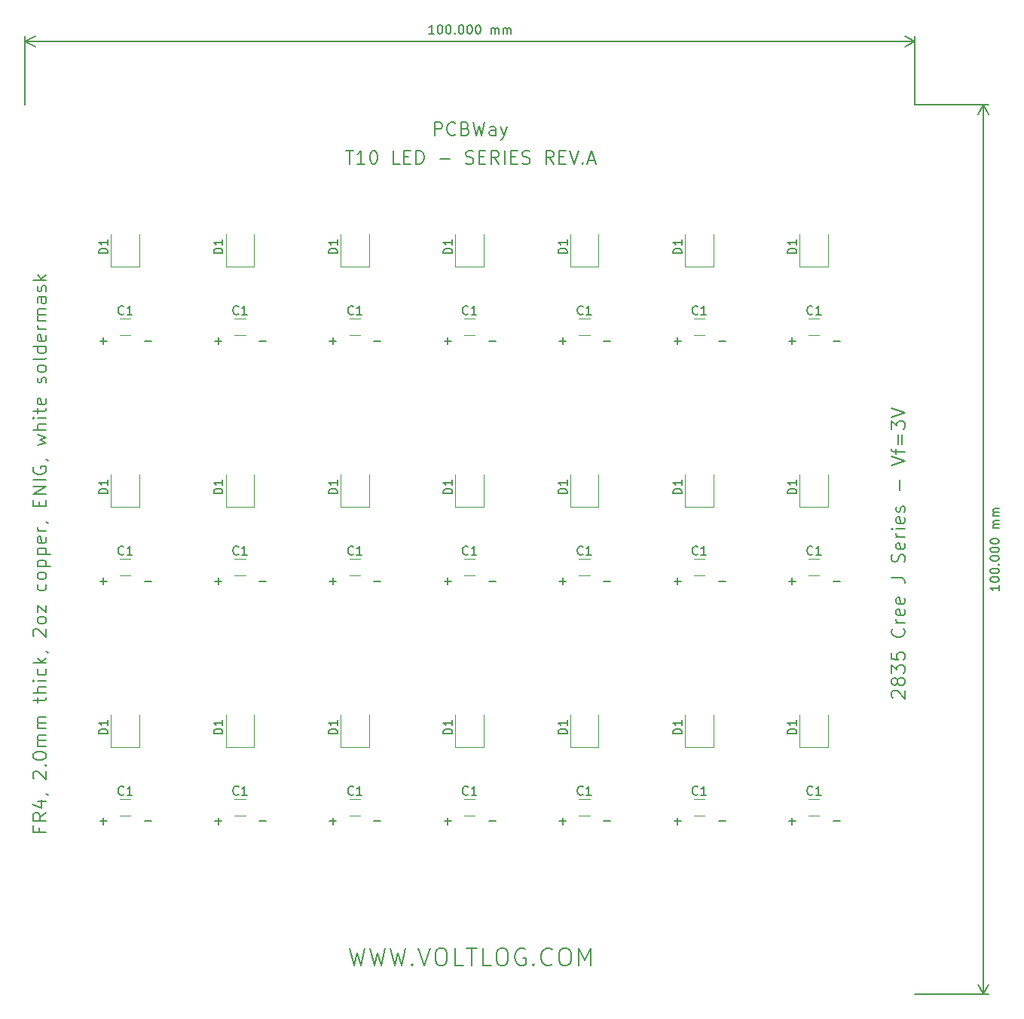
<source format=gbr>
G04 #@! TF.GenerationSoftware,KiCad,Pcbnew,(5.1.5)-3*
G04 #@! TF.CreationDate,2020-06-10T08:11:37+03:00*
G04 #@! TF.ProjectId,noname,6e6f6e61-6d65-42e6-9b69-6361645f7063,rev?*
G04 #@! TF.SameCoordinates,Original*
G04 #@! TF.FileFunction,Legend,Top*
G04 #@! TF.FilePolarity,Positive*
%FSLAX46Y46*%
G04 Gerber Fmt 4.6, Leading zero omitted, Abs format (unit mm)*
G04 Created by KiCad (PCBNEW (5.1.5)-3) date 2020-06-10 08:11:37*
%MOMM*%
%LPD*%
G04 APERTURE LIST*
%ADD10C,0.150000*%
%ADD11C,0.120000*%
G04 APERTURE END LIST*
D10*
X86592857Y-119685714D02*
X86592857Y-120185714D01*
X87378571Y-120185714D02*
X85878571Y-120185714D01*
X85878571Y-119471428D01*
X87378571Y-118042857D02*
X86664285Y-118542857D01*
X87378571Y-118900000D02*
X85878571Y-118900000D01*
X85878571Y-118328571D01*
X85950000Y-118185714D01*
X86021428Y-118114285D01*
X86164285Y-118042857D01*
X86378571Y-118042857D01*
X86521428Y-118114285D01*
X86592857Y-118185714D01*
X86664285Y-118328571D01*
X86664285Y-118900000D01*
X86378571Y-116757142D02*
X87378571Y-116757142D01*
X85807142Y-117114285D02*
X86878571Y-117471428D01*
X86878571Y-116542857D01*
X87307142Y-115900000D02*
X87378571Y-115900000D01*
X87521428Y-115971428D01*
X87592857Y-116042857D01*
X86021428Y-114185714D02*
X85950000Y-114114285D01*
X85878571Y-113971428D01*
X85878571Y-113614285D01*
X85950000Y-113471428D01*
X86021428Y-113400000D01*
X86164285Y-113328571D01*
X86307142Y-113328571D01*
X86521428Y-113400000D01*
X87378571Y-114257142D01*
X87378571Y-113328571D01*
X87235714Y-112685714D02*
X87307142Y-112614285D01*
X87378571Y-112685714D01*
X87307142Y-112757142D01*
X87235714Y-112685714D01*
X87378571Y-112685714D01*
X85878571Y-111685714D02*
X85878571Y-111542857D01*
X85950000Y-111400000D01*
X86021428Y-111328571D01*
X86164285Y-111257142D01*
X86450000Y-111185714D01*
X86807142Y-111185714D01*
X87092857Y-111257142D01*
X87235714Y-111328571D01*
X87307142Y-111400000D01*
X87378571Y-111542857D01*
X87378571Y-111685714D01*
X87307142Y-111828571D01*
X87235714Y-111900000D01*
X87092857Y-111971428D01*
X86807142Y-112042857D01*
X86450000Y-112042857D01*
X86164285Y-111971428D01*
X86021428Y-111900000D01*
X85950000Y-111828571D01*
X85878571Y-111685714D01*
X87378571Y-110542857D02*
X86378571Y-110542857D01*
X86521428Y-110542857D02*
X86450000Y-110471428D01*
X86378571Y-110328571D01*
X86378571Y-110114285D01*
X86450000Y-109971428D01*
X86592857Y-109900000D01*
X87378571Y-109900000D01*
X86592857Y-109900000D02*
X86450000Y-109828571D01*
X86378571Y-109685714D01*
X86378571Y-109471428D01*
X86450000Y-109328571D01*
X86592857Y-109257142D01*
X87378571Y-109257142D01*
X87378571Y-108542857D02*
X86378571Y-108542857D01*
X86521428Y-108542857D02*
X86450000Y-108471428D01*
X86378571Y-108328571D01*
X86378571Y-108114285D01*
X86450000Y-107971428D01*
X86592857Y-107900000D01*
X87378571Y-107900000D01*
X86592857Y-107900000D02*
X86450000Y-107828571D01*
X86378571Y-107685714D01*
X86378571Y-107471428D01*
X86450000Y-107328571D01*
X86592857Y-107257142D01*
X87378571Y-107257142D01*
X86378571Y-105614285D02*
X86378571Y-105042857D01*
X85878571Y-105400000D02*
X87164285Y-105400000D01*
X87307142Y-105328571D01*
X87378571Y-105185714D01*
X87378571Y-105042857D01*
X87378571Y-104542857D02*
X85878571Y-104542857D01*
X87378571Y-103900000D02*
X86592857Y-103900000D01*
X86450000Y-103971428D01*
X86378571Y-104114285D01*
X86378571Y-104328571D01*
X86450000Y-104471428D01*
X86521428Y-104542857D01*
X87378571Y-103185714D02*
X86378571Y-103185714D01*
X85878571Y-103185714D02*
X85950000Y-103257142D01*
X86021428Y-103185714D01*
X85950000Y-103114285D01*
X85878571Y-103185714D01*
X86021428Y-103185714D01*
X87307142Y-101828571D02*
X87378571Y-101971428D01*
X87378571Y-102257142D01*
X87307142Y-102400000D01*
X87235714Y-102471428D01*
X87092857Y-102542857D01*
X86664285Y-102542857D01*
X86521428Y-102471428D01*
X86450000Y-102400000D01*
X86378571Y-102257142D01*
X86378571Y-101971428D01*
X86450000Y-101828571D01*
X87378571Y-101185714D02*
X85878571Y-101185714D01*
X86807142Y-101042857D02*
X87378571Y-100614285D01*
X86378571Y-100614285D02*
X86950000Y-101185714D01*
X87307142Y-99900000D02*
X87378571Y-99900000D01*
X87521428Y-99971428D01*
X87592857Y-100042857D01*
X86021428Y-98185714D02*
X85950000Y-98114285D01*
X85878571Y-97971428D01*
X85878571Y-97614285D01*
X85950000Y-97471428D01*
X86021428Y-97400000D01*
X86164285Y-97328571D01*
X86307142Y-97328571D01*
X86521428Y-97400000D01*
X87378571Y-98257142D01*
X87378571Y-97328571D01*
X87378571Y-96471428D02*
X87307142Y-96614285D01*
X87235714Y-96685714D01*
X87092857Y-96757142D01*
X86664285Y-96757142D01*
X86521428Y-96685714D01*
X86450000Y-96614285D01*
X86378571Y-96471428D01*
X86378571Y-96257142D01*
X86450000Y-96114285D01*
X86521428Y-96042857D01*
X86664285Y-95971428D01*
X87092857Y-95971428D01*
X87235714Y-96042857D01*
X87307142Y-96114285D01*
X87378571Y-96257142D01*
X87378571Y-96471428D01*
X86378571Y-95471428D02*
X86378571Y-94685714D01*
X87378571Y-95471428D01*
X87378571Y-94685714D01*
X87307142Y-92328571D02*
X87378571Y-92471428D01*
X87378571Y-92757142D01*
X87307142Y-92900000D01*
X87235714Y-92971428D01*
X87092857Y-93042857D01*
X86664285Y-93042857D01*
X86521428Y-92971428D01*
X86450000Y-92900000D01*
X86378571Y-92757142D01*
X86378571Y-92471428D01*
X86450000Y-92328571D01*
X87378571Y-91471428D02*
X87307142Y-91614285D01*
X87235714Y-91685714D01*
X87092857Y-91757142D01*
X86664285Y-91757142D01*
X86521428Y-91685714D01*
X86450000Y-91614285D01*
X86378571Y-91471428D01*
X86378571Y-91257142D01*
X86450000Y-91114285D01*
X86521428Y-91042857D01*
X86664285Y-90971428D01*
X87092857Y-90971428D01*
X87235714Y-91042857D01*
X87307142Y-91114285D01*
X87378571Y-91257142D01*
X87378571Y-91471428D01*
X86378571Y-90328571D02*
X87878571Y-90328571D01*
X86450000Y-90328571D02*
X86378571Y-90185714D01*
X86378571Y-89900000D01*
X86450000Y-89757142D01*
X86521428Y-89685714D01*
X86664285Y-89614285D01*
X87092857Y-89614285D01*
X87235714Y-89685714D01*
X87307142Y-89757142D01*
X87378571Y-89900000D01*
X87378571Y-90185714D01*
X87307142Y-90328571D01*
X86378571Y-88971428D02*
X87878571Y-88971428D01*
X86450000Y-88971428D02*
X86378571Y-88828571D01*
X86378571Y-88542857D01*
X86450000Y-88400000D01*
X86521428Y-88328571D01*
X86664285Y-88257142D01*
X87092857Y-88257142D01*
X87235714Y-88328571D01*
X87307142Y-88400000D01*
X87378571Y-88542857D01*
X87378571Y-88828571D01*
X87307142Y-88971428D01*
X87307142Y-87042857D02*
X87378571Y-87185714D01*
X87378571Y-87471428D01*
X87307142Y-87614285D01*
X87164285Y-87685714D01*
X86592857Y-87685714D01*
X86450000Y-87614285D01*
X86378571Y-87471428D01*
X86378571Y-87185714D01*
X86450000Y-87042857D01*
X86592857Y-86971428D01*
X86735714Y-86971428D01*
X86878571Y-87685714D01*
X87378571Y-86328571D02*
X86378571Y-86328571D01*
X86664285Y-86328571D02*
X86521428Y-86257142D01*
X86450000Y-86185714D01*
X86378571Y-86042857D01*
X86378571Y-85900000D01*
X87307142Y-85328571D02*
X87378571Y-85328571D01*
X87521428Y-85400000D01*
X87592857Y-85471428D01*
X86592857Y-83542857D02*
X86592857Y-83042857D01*
X87378571Y-82828571D02*
X87378571Y-83542857D01*
X85878571Y-83542857D01*
X85878571Y-82828571D01*
X87378571Y-82185714D02*
X85878571Y-82185714D01*
X87378571Y-81328571D01*
X85878571Y-81328571D01*
X87378571Y-80614285D02*
X85878571Y-80614285D01*
X85950000Y-79114285D02*
X85878571Y-79257142D01*
X85878571Y-79471428D01*
X85950000Y-79685714D01*
X86092857Y-79828571D01*
X86235714Y-79900000D01*
X86521428Y-79971428D01*
X86735714Y-79971428D01*
X87021428Y-79900000D01*
X87164285Y-79828571D01*
X87307142Y-79685714D01*
X87378571Y-79471428D01*
X87378571Y-79328571D01*
X87307142Y-79114285D01*
X87235714Y-79042857D01*
X86735714Y-79042857D01*
X86735714Y-79328571D01*
X87307142Y-78328571D02*
X87378571Y-78328571D01*
X87521428Y-78400000D01*
X87592857Y-78471428D01*
X86378571Y-76685714D02*
X87378571Y-76400000D01*
X86664285Y-76114285D01*
X87378571Y-75828571D01*
X86378571Y-75542857D01*
X87378571Y-74971428D02*
X85878571Y-74971428D01*
X87378571Y-74328571D02*
X86592857Y-74328571D01*
X86450000Y-74400000D01*
X86378571Y-74542857D01*
X86378571Y-74757142D01*
X86450000Y-74900000D01*
X86521428Y-74971428D01*
X87378571Y-73614285D02*
X86378571Y-73614285D01*
X85878571Y-73614285D02*
X85950000Y-73685714D01*
X86021428Y-73614285D01*
X85950000Y-73542857D01*
X85878571Y-73614285D01*
X86021428Y-73614285D01*
X86378571Y-73114285D02*
X86378571Y-72542857D01*
X85878571Y-72900000D02*
X87164285Y-72900000D01*
X87307142Y-72828571D01*
X87378571Y-72685714D01*
X87378571Y-72542857D01*
X87307142Y-71471428D02*
X87378571Y-71614285D01*
X87378571Y-71900000D01*
X87307142Y-72042857D01*
X87164285Y-72114285D01*
X86592857Y-72114285D01*
X86450000Y-72042857D01*
X86378571Y-71900000D01*
X86378571Y-71614285D01*
X86450000Y-71471428D01*
X86592857Y-71400000D01*
X86735714Y-71400000D01*
X86878571Y-72114285D01*
X87307142Y-69685714D02*
X87378571Y-69542857D01*
X87378571Y-69257142D01*
X87307142Y-69114285D01*
X87164285Y-69042857D01*
X87092857Y-69042857D01*
X86950000Y-69114285D01*
X86878571Y-69257142D01*
X86878571Y-69471428D01*
X86807142Y-69614285D01*
X86664285Y-69685714D01*
X86592857Y-69685714D01*
X86450000Y-69614285D01*
X86378571Y-69471428D01*
X86378571Y-69257142D01*
X86450000Y-69114285D01*
X87378571Y-68185714D02*
X87307142Y-68328571D01*
X87235714Y-68400000D01*
X87092857Y-68471428D01*
X86664285Y-68471428D01*
X86521428Y-68400000D01*
X86450000Y-68328571D01*
X86378571Y-68185714D01*
X86378571Y-67971428D01*
X86450000Y-67828571D01*
X86521428Y-67757142D01*
X86664285Y-67685714D01*
X87092857Y-67685714D01*
X87235714Y-67757142D01*
X87307142Y-67828571D01*
X87378571Y-67971428D01*
X87378571Y-68185714D01*
X87378571Y-66828571D02*
X87307142Y-66971428D01*
X87164285Y-67042857D01*
X85878571Y-67042857D01*
X87378571Y-65614285D02*
X85878571Y-65614285D01*
X87307142Y-65614285D02*
X87378571Y-65757142D01*
X87378571Y-66042857D01*
X87307142Y-66185714D01*
X87235714Y-66257142D01*
X87092857Y-66328571D01*
X86664285Y-66328571D01*
X86521428Y-66257142D01*
X86450000Y-66185714D01*
X86378571Y-66042857D01*
X86378571Y-65757142D01*
X86450000Y-65614285D01*
X87307142Y-64328571D02*
X87378571Y-64471428D01*
X87378571Y-64757142D01*
X87307142Y-64900000D01*
X87164285Y-64971428D01*
X86592857Y-64971428D01*
X86450000Y-64900000D01*
X86378571Y-64757142D01*
X86378571Y-64471428D01*
X86450000Y-64328571D01*
X86592857Y-64257142D01*
X86735714Y-64257142D01*
X86878571Y-64971428D01*
X87378571Y-63614285D02*
X86378571Y-63614285D01*
X86664285Y-63614285D02*
X86521428Y-63542857D01*
X86450000Y-63471428D01*
X86378571Y-63328571D01*
X86378571Y-63185714D01*
X87378571Y-62685714D02*
X86378571Y-62685714D01*
X86521428Y-62685714D02*
X86450000Y-62614285D01*
X86378571Y-62471428D01*
X86378571Y-62257142D01*
X86450000Y-62114285D01*
X86592857Y-62042857D01*
X87378571Y-62042857D01*
X86592857Y-62042857D02*
X86450000Y-61971428D01*
X86378571Y-61828571D01*
X86378571Y-61614285D01*
X86450000Y-61471428D01*
X86592857Y-61400000D01*
X87378571Y-61400000D01*
X87378571Y-60042857D02*
X86592857Y-60042857D01*
X86450000Y-60114285D01*
X86378571Y-60257142D01*
X86378571Y-60542857D01*
X86450000Y-60685714D01*
X87307142Y-60042857D02*
X87378571Y-60185714D01*
X87378571Y-60542857D01*
X87307142Y-60685714D01*
X87164285Y-60757142D01*
X87021428Y-60757142D01*
X86878571Y-60685714D01*
X86807142Y-60542857D01*
X86807142Y-60185714D01*
X86735714Y-60042857D01*
X87307142Y-59400000D02*
X87378571Y-59257142D01*
X87378571Y-58971428D01*
X87307142Y-58828571D01*
X87164285Y-58757142D01*
X87092857Y-58757142D01*
X86950000Y-58828571D01*
X86878571Y-58971428D01*
X86878571Y-59185714D01*
X86807142Y-59328571D01*
X86664285Y-59400000D01*
X86592857Y-59400000D01*
X86450000Y-59328571D01*
X86378571Y-59185714D01*
X86378571Y-58971428D01*
X86450000Y-58828571D01*
X87378571Y-58114285D02*
X85878571Y-58114285D01*
X86807142Y-57971428D02*
X87378571Y-57542857D01*
X86378571Y-57542857D02*
X86950000Y-58114285D01*
X182521428Y-105114285D02*
X182450000Y-105042857D01*
X182378571Y-104900000D01*
X182378571Y-104542857D01*
X182450000Y-104400000D01*
X182521428Y-104328571D01*
X182664285Y-104257142D01*
X182807142Y-104257142D01*
X183021428Y-104328571D01*
X183878571Y-105185714D01*
X183878571Y-104257142D01*
X183021428Y-103400000D02*
X182950000Y-103542857D01*
X182878571Y-103614285D01*
X182735714Y-103685714D01*
X182664285Y-103685714D01*
X182521428Y-103614285D01*
X182450000Y-103542857D01*
X182378571Y-103400000D01*
X182378571Y-103114285D01*
X182450000Y-102971428D01*
X182521428Y-102900000D01*
X182664285Y-102828571D01*
X182735714Y-102828571D01*
X182878571Y-102900000D01*
X182950000Y-102971428D01*
X183021428Y-103114285D01*
X183021428Y-103400000D01*
X183092857Y-103542857D01*
X183164285Y-103614285D01*
X183307142Y-103685714D01*
X183592857Y-103685714D01*
X183735714Y-103614285D01*
X183807142Y-103542857D01*
X183878571Y-103400000D01*
X183878571Y-103114285D01*
X183807142Y-102971428D01*
X183735714Y-102900000D01*
X183592857Y-102828571D01*
X183307142Y-102828571D01*
X183164285Y-102900000D01*
X183092857Y-102971428D01*
X183021428Y-103114285D01*
X182378571Y-102328571D02*
X182378571Y-101400000D01*
X182950000Y-101900000D01*
X182950000Y-101685714D01*
X183021428Y-101542857D01*
X183092857Y-101471428D01*
X183235714Y-101400000D01*
X183592857Y-101400000D01*
X183735714Y-101471428D01*
X183807142Y-101542857D01*
X183878571Y-101685714D01*
X183878571Y-102114285D01*
X183807142Y-102257142D01*
X183735714Y-102328571D01*
X182378571Y-100042857D02*
X182378571Y-100757142D01*
X183092857Y-100828571D01*
X183021428Y-100757142D01*
X182950000Y-100614285D01*
X182950000Y-100257142D01*
X183021428Y-100114285D01*
X183092857Y-100042857D01*
X183235714Y-99971428D01*
X183592857Y-99971428D01*
X183735714Y-100042857D01*
X183807142Y-100114285D01*
X183878571Y-100257142D01*
X183878571Y-100614285D01*
X183807142Y-100757142D01*
X183735714Y-100828571D01*
X183735714Y-97328571D02*
X183807142Y-97400000D01*
X183878571Y-97614285D01*
X183878571Y-97757142D01*
X183807142Y-97971428D01*
X183664285Y-98114285D01*
X183521428Y-98185714D01*
X183235714Y-98257142D01*
X183021428Y-98257142D01*
X182735714Y-98185714D01*
X182592857Y-98114285D01*
X182450000Y-97971428D01*
X182378571Y-97757142D01*
X182378571Y-97614285D01*
X182450000Y-97400000D01*
X182521428Y-97328571D01*
X183878571Y-96685714D02*
X182878571Y-96685714D01*
X183164285Y-96685714D02*
X183021428Y-96614285D01*
X182950000Y-96542857D01*
X182878571Y-96400000D01*
X182878571Y-96257142D01*
X183807142Y-95185714D02*
X183878571Y-95328571D01*
X183878571Y-95614285D01*
X183807142Y-95757142D01*
X183664285Y-95828571D01*
X183092857Y-95828571D01*
X182950000Y-95757142D01*
X182878571Y-95614285D01*
X182878571Y-95328571D01*
X182950000Y-95185714D01*
X183092857Y-95114285D01*
X183235714Y-95114285D01*
X183378571Y-95828571D01*
X183807142Y-93900000D02*
X183878571Y-94042857D01*
X183878571Y-94328571D01*
X183807142Y-94471428D01*
X183664285Y-94542857D01*
X183092857Y-94542857D01*
X182950000Y-94471428D01*
X182878571Y-94328571D01*
X182878571Y-94042857D01*
X182950000Y-93900000D01*
X183092857Y-93828571D01*
X183235714Y-93828571D01*
X183378571Y-94542857D01*
X182378571Y-91614285D02*
X183450000Y-91614285D01*
X183664285Y-91685714D01*
X183807142Y-91828571D01*
X183878571Y-92042857D01*
X183878571Y-92185714D01*
X183807142Y-89828571D02*
X183878571Y-89614285D01*
X183878571Y-89257142D01*
X183807142Y-89114285D01*
X183735714Y-89042857D01*
X183592857Y-88971428D01*
X183450000Y-88971428D01*
X183307142Y-89042857D01*
X183235714Y-89114285D01*
X183164285Y-89257142D01*
X183092857Y-89542857D01*
X183021428Y-89685714D01*
X182950000Y-89757142D01*
X182807142Y-89828571D01*
X182664285Y-89828571D01*
X182521428Y-89757142D01*
X182450000Y-89685714D01*
X182378571Y-89542857D01*
X182378571Y-89185714D01*
X182450000Y-88971428D01*
X183807142Y-87757142D02*
X183878571Y-87900000D01*
X183878571Y-88185714D01*
X183807142Y-88328571D01*
X183664285Y-88400000D01*
X183092857Y-88400000D01*
X182950000Y-88328571D01*
X182878571Y-88185714D01*
X182878571Y-87900000D01*
X182950000Y-87757142D01*
X183092857Y-87685714D01*
X183235714Y-87685714D01*
X183378571Y-88400000D01*
X183878571Y-87042857D02*
X182878571Y-87042857D01*
X183164285Y-87042857D02*
X183021428Y-86971428D01*
X182950000Y-86900000D01*
X182878571Y-86757142D01*
X182878571Y-86614285D01*
X183878571Y-86114285D02*
X182878571Y-86114285D01*
X182378571Y-86114285D02*
X182450000Y-86185714D01*
X182521428Y-86114285D01*
X182450000Y-86042857D01*
X182378571Y-86114285D01*
X182521428Y-86114285D01*
X183807142Y-84828571D02*
X183878571Y-84971428D01*
X183878571Y-85257142D01*
X183807142Y-85400000D01*
X183664285Y-85471428D01*
X183092857Y-85471428D01*
X182950000Y-85400000D01*
X182878571Y-85257142D01*
X182878571Y-84971428D01*
X182950000Y-84828571D01*
X183092857Y-84757142D01*
X183235714Y-84757142D01*
X183378571Y-85471428D01*
X183807142Y-84185714D02*
X183878571Y-84042857D01*
X183878571Y-83757142D01*
X183807142Y-83614285D01*
X183664285Y-83542857D01*
X183592857Y-83542857D01*
X183450000Y-83614285D01*
X183378571Y-83757142D01*
X183378571Y-83971428D01*
X183307142Y-84114285D01*
X183164285Y-84185714D01*
X183092857Y-84185714D01*
X182950000Y-84114285D01*
X182878571Y-83971428D01*
X182878571Y-83757142D01*
X182950000Y-83614285D01*
X183307142Y-81757142D02*
X183307142Y-80614285D01*
X182378571Y-78971428D02*
X183878571Y-78471428D01*
X182378571Y-77971428D01*
X182878571Y-77685714D02*
X182878571Y-77114285D01*
X183878571Y-77471428D02*
X182592857Y-77471428D01*
X182450000Y-77400000D01*
X182378571Y-77257142D01*
X182378571Y-77114285D01*
X183092857Y-76614285D02*
X183092857Y-75471428D01*
X183521428Y-75471428D02*
X183521428Y-76614285D01*
X182378571Y-74900000D02*
X182378571Y-73971428D01*
X182950000Y-74471428D01*
X182950000Y-74257142D01*
X183021428Y-74114285D01*
X183092857Y-74042857D01*
X183235714Y-73971428D01*
X183592857Y-73971428D01*
X183735714Y-74042857D01*
X183807142Y-74114285D01*
X183878571Y-74257142D01*
X183878571Y-74685714D01*
X183807142Y-74828571D01*
X183735714Y-74900000D01*
X182378571Y-73542857D02*
X183878571Y-73042857D01*
X182378571Y-72542857D01*
X175819047Y-118971428D02*
X176580952Y-118971428D01*
X157919047Y-118971428D02*
X158680952Y-118971428D01*
X158300000Y-119352380D02*
X158300000Y-118590476D01*
X145019047Y-118971428D02*
X145780952Y-118971428D01*
X145400000Y-119352380D02*
X145400000Y-118590476D01*
X132119047Y-118971428D02*
X132880952Y-118971428D01*
X132500000Y-119352380D02*
X132500000Y-118590476D01*
X119219047Y-118971428D02*
X119980952Y-118971428D01*
X119600000Y-119352380D02*
X119600000Y-118590476D01*
X150019047Y-118971428D02*
X150780952Y-118971428D01*
X162919047Y-118971428D02*
X163680952Y-118971428D01*
X106319047Y-118971428D02*
X107080952Y-118971428D01*
X106700000Y-119352380D02*
X106700000Y-118590476D01*
X124219047Y-118971428D02*
X124980952Y-118971428D01*
X93419047Y-118971428D02*
X94180952Y-118971428D01*
X93800000Y-119352380D02*
X93800000Y-118590476D01*
X170819047Y-118971428D02*
X171580952Y-118971428D01*
X171200000Y-119352380D02*
X171200000Y-118590476D01*
X98419047Y-118971428D02*
X99180952Y-118971428D01*
X137119047Y-118971428D02*
X137880952Y-118971428D01*
X111319047Y-118971428D02*
X112080952Y-118971428D01*
X111319047Y-91971428D02*
X112080952Y-91971428D01*
X175819047Y-91971428D02*
X176580952Y-91971428D01*
X150019047Y-91971428D02*
X150780952Y-91971428D01*
X124219047Y-91971428D02*
X124980952Y-91971428D01*
X137119047Y-91971428D02*
X137880952Y-91971428D01*
X162919047Y-91971428D02*
X163680952Y-91971428D01*
X93419047Y-91971428D02*
X94180952Y-91971428D01*
X93800000Y-92352380D02*
X93800000Y-91590476D01*
X98419047Y-91971428D02*
X99180952Y-91971428D01*
X132119047Y-91971428D02*
X132880952Y-91971428D01*
X132500000Y-92352380D02*
X132500000Y-91590476D01*
X170819047Y-91971428D02*
X171580952Y-91971428D01*
X171200000Y-92352380D02*
X171200000Y-91590476D01*
X145019047Y-91971428D02*
X145780952Y-91971428D01*
X145400000Y-92352380D02*
X145400000Y-91590476D01*
X106319047Y-91971428D02*
X107080952Y-91971428D01*
X106700000Y-92352380D02*
X106700000Y-91590476D01*
X157919047Y-91971428D02*
X158680952Y-91971428D01*
X158300000Y-92352380D02*
X158300000Y-91590476D01*
X119219047Y-91971428D02*
X119980952Y-91971428D01*
X119600000Y-92352380D02*
X119600000Y-91590476D01*
X170819047Y-64971428D02*
X171580952Y-64971428D01*
X171200000Y-65352380D02*
X171200000Y-64590476D01*
X157919047Y-64971428D02*
X158680952Y-64971428D01*
X158300000Y-65352380D02*
X158300000Y-64590476D01*
X145019047Y-64971428D02*
X145780952Y-64971428D01*
X145400000Y-65352380D02*
X145400000Y-64590476D01*
X132119047Y-64971428D02*
X132880952Y-64971428D01*
X132500000Y-65352380D02*
X132500000Y-64590476D01*
X119219047Y-64971428D02*
X119980952Y-64971428D01*
X119600000Y-65352380D02*
X119600000Y-64590476D01*
X106319047Y-64971428D02*
X107080952Y-64971428D01*
X106700000Y-65352380D02*
X106700000Y-64590476D01*
X175819047Y-64971428D02*
X176580952Y-64971428D01*
X162919047Y-64971428D02*
X163680952Y-64971428D01*
X150019047Y-64971428D02*
X150780952Y-64971428D01*
X137119047Y-64971428D02*
X137880952Y-64971428D01*
X124219047Y-64971428D02*
X124980952Y-64971428D01*
X111319047Y-64971428D02*
X112080952Y-64971428D01*
X121480952Y-133204761D02*
X121957142Y-135204761D01*
X122338095Y-133776190D01*
X122719047Y-135204761D01*
X123195238Y-133204761D01*
X123766666Y-133204761D02*
X124242857Y-135204761D01*
X124623809Y-133776190D01*
X125004761Y-135204761D01*
X125480952Y-133204761D01*
X126052380Y-133204761D02*
X126528571Y-135204761D01*
X126909523Y-133776190D01*
X127290476Y-135204761D01*
X127766666Y-133204761D01*
X128528571Y-135014285D02*
X128623809Y-135109523D01*
X128528571Y-135204761D01*
X128433333Y-135109523D01*
X128528571Y-135014285D01*
X128528571Y-135204761D01*
X129195238Y-133204761D02*
X129861904Y-135204761D01*
X130528571Y-133204761D01*
X131576190Y-133204761D02*
X131957142Y-133204761D01*
X132147619Y-133300000D01*
X132338095Y-133490476D01*
X132433333Y-133871428D01*
X132433333Y-134538095D01*
X132338095Y-134919047D01*
X132147619Y-135109523D01*
X131957142Y-135204761D01*
X131576190Y-135204761D01*
X131385714Y-135109523D01*
X131195238Y-134919047D01*
X131100000Y-134538095D01*
X131100000Y-133871428D01*
X131195238Y-133490476D01*
X131385714Y-133300000D01*
X131576190Y-133204761D01*
X134242857Y-135204761D02*
X133290476Y-135204761D01*
X133290476Y-133204761D01*
X134623809Y-133204761D02*
X135766666Y-133204761D01*
X135195238Y-135204761D02*
X135195238Y-133204761D01*
X137385714Y-135204761D02*
X136433333Y-135204761D01*
X136433333Y-133204761D01*
X138433333Y-133204761D02*
X138814285Y-133204761D01*
X139004761Y-133300000D01*
X139195238Y-133490476D01*
X139290476Y-133871428D01*
X139290476Y-134538095D01*
X139195238Y-134919047D01*
X139004761Y-135109523D01*
X138814285Y-135204761D01*
X138433333Y-135204761D01*
X138242857Y-135109523D01*
X138052380Y-134919047D01*
X137957142Y-134538095D01*
X137957142Y-133871428D01*
X138052380Y-133490476D01*
X138242857Y-133300000D01*
X138433333Y-133204761D01*
X141195238Y-133300000D02*
X141004761Y-133204761D01*
X140719047Y-133204761D01*
X140433333Y-133300000D01*
X140242857Y-133490476D01*
X140147619Y-133680952D01*
X140052380Y-134061904D01*
X140052380Y-134347619D01*
X140147619Y-134728571D01*
X140242857Y-134919047D01*
X140433333Y-135109523D01*
X140719047Y-135204761D01*
X140909523Y-135204761D01*
X141195238Y-135109523D01*
X141290476Y-135014285D01*
X141290476Y-134347619D01*
X140909523Y-134347619D01*
X142147619Y-135014285D02*
X142242857Y-135109523D01*
X142147619Y-135204761D01*
X142052380Y-135109523D01*
X142147619Y-135014285D01*
X142147619Y-135204761D01*
X144242857Y-135014285D02*
X144147619Y-135109523D01*
X143861904Y-135204761D01*
X143671428Y-135204761D01*
X143385714Y-135109523D01*
X143195238Y-134919047D01*
X143100000Y-134728571D01*
X143004761Y-134347619D01*
X143004761Y-134061904D01*
X143100000Y-133680952D01*
X143195238Y-133490476D01*
X143385714Y-133300000D01*
X143671428Y-133204761D01*
X143861904Y-133204761D01*
X144147619Y-133300000D01*
X144242857Y-133395238D01*
X145480952Y-133204761D02*
X145861904Y-133204761D01*
X146052380Y-133300000D01*
X146242857Y-133490476D01*
X146338095Y-133871428D01*
X146338095Y-134538095D01*
X146242857Y-134919047D01*
X146052380Y-135109523D01*
X145861904Y-135204761D01*
X145480952Y-135204761D01*
X145290476Y-135109523D01*
X145100000Y-134919047D01*
X145004761Y-134538095D01*
X145004761Y-133871428D01*
X145100000Y-133490476D01*
X145290476Y-133300000D01*
X145480952Y-133204761D01*
X147195238Y-135204761D02*
X147195238Y-133204761D01*
X147861904Y-134633333D01*
X148528571Y-133204761D01*
X148528571Y-135204761D01*
X194452380Y-92447619D02*
X194452380Y-93019047D01*
X194452380Y-92733333D02*
X193452380Y-92733333D01*
X193595238Y-92828571D01*
X193690476Y-92923809D01*
X193738095Y-93019047D01*
X193452380Y-91828571D02*
X193452380Y-91733333D01*
X193500000Y-91638095D01*
X193547619Y-91590476D01*
X193642857Y-91542857D01*
X193833333Y-91495238D01*
X194071428Y-91495238D01*
X194261904Y-91542857D01*
X194357142Y-91590476D01*
X194404761Y-91638095D01*
X194452380Y-91733333D01*
X194452380Y-91828571D01*
X194404761Y-91923809D01*
X194357142Y-91971428D01*
X194261904Y-92019047D01*
X194071428Y-92066666D01*
X193833333Y-92066666D01*
X193642857Y-92019047D01*
X193547619Y-91971428D01*
X193500000Y-91923809D01*
X193452380Y-91828571D01*
X193452380Y-90876190D02*
X193452380Y-90780952D01*
X193500000Y-90685714D01*
X193547619Y-90638095D01*
X193642857Y-90590476D01*
X193833333Y-90542857D01*
X194071428Y-90542857D01*
X194261904Y-90590476D01*
X194357142Y-90638095D01*
X194404761Y-90685714D01*
X194452380Y-90780952D01*
X194452380Y-90876190D01*
X194404761Y-90971428D01*
X194357142Y-91019047D01*
X194261904Y-91066666D01*
X194071428Y-91114285D01*
X193833333Y-91114285D01*
X193642857Y-91066666D01*
X193547619Y-91019047D01*
X193500000Y-90971428D01*
X193452380Y-90876190D01*
X194357142Y-90114285D02*
X194404761Y-90066666D01*
X194452380Y-90114285D01*
X194404761Y-90161904D01*
X194357142Y-90114285D01*
X194452380Y-90114285D01*
X193452380Y-89447619D02*
X193452380Y-89352380D01*
X193500000Y-89257142D01*
X193547619Y-89209523D01*
X193642857Y-89161904D01*
X193833333Y-89114285D01*
X194071428Y-89114285D01*
X194261904Y-89161904D01*
X194357142Y-89209523D01*
X194404761Y-89257142D01*
X194452380Y-89352380D01*
X194452380Y-89447619D01*
X194404761Y-89542857D01*
X194357142Y-89590476D01*
X194261904Y-89638095D01*
X194071428Y-89685714D01*
X193833333Y-89685714D01*
X193642857Y-89638095D01*
X193547619Y-89590476D01*
X193500000Y-89542857D01*
X193452380Y-89447619D01*
X193452380Y-88495238D02*
X193452380Y-88400000D01*
X193500000Y-88304761D01*
X193547619Y-88257142D01*
X193642857Y-88209523D01*
X193833333Y-88161904D01*
X194071428Y-88161904D01*
X194261904Y-88209523D01*
X194357142Y-88257142D01*
X194404761Y-88304761D01*
X194452380Y-88400000D01*
X194452380Y-88495238D01*
X194404761Y-88590476D01*
X194357142Y-88638095D01*
X194261904Y-88685714D01*
X194071428Y-88733333D01*
X193833333Y-88733333D01*
X193642857Y-88685714D01*
X193547619Y-88638095D01*
X193500000Y-88590476D01*
X193452380Y-88495238D01*
X193452380Y-87542857D02*
X193452380Y-87447619D01*
X193500000Y-87352380D01*
X193547619Y-87304761D01*
X193642857Y-87257142D01*
X193833333Y-87209523D01*
X194071428Y-87209523D01*
X194261904Y-87257142D01*
X194357142Y-87304761D01*
X194404761Y-87352380D01*
X194452380Y-87447619D01*
X194452380Y-87542857D01*
X194404761Y-87638095D01*
X194357142Y-87685714D01*
X194261904Y-87733333D01*
X194071428Y-87780952D01*
X193833333Y-87780952D01*
X193642857Y-87733333D01*
X193547619Y-87685714D01*
X193500000Y-87638095D01*
X193452380Y-87542857D01*
X194452380Y-86019047D02*
X193785714Y-86019047D01*
X193880952Y-86019047D02*
X193833333Y-85971428D01*
X193785714Y-85876190D01*
X193785714Y-85733333D01*
X193833333Y-85638095D01*
X193928571Y-85590476D01*
X194452380Y-85590476D01*
X193928571Y-85590476D02*
X193833333Y-85542857D01*
X193785714Y-85447619D01*
X193785714Y-85304761D01*
X193833333Y-85209523D01*
X193928571Y-85161904D01*
X194452380Y-85161904D01*
X194452380Y-84685714D02*
X193785714Y-84685714D01*
X193880952Y-84685714D02*
X193833333Y-84638095D01*
X193785714Y-84542857D01*
X193785714Y-84400000D01*
X193833333Y-84304761D01*
X193928571Y-84257142D01*
X194452380Y-84257142D01*
X193928571Y-84257142D02*
X193833333Y-84209523D01*
X193785714Y-84114285D01*
X193785714Y-83971428D01*
X193833333Y-83876190D01*
X193928571Y-83828571D01*
X194452380Y-83828571D01*
X192700000Y-138400000D02*
X192700000Y-38400000D01*
X185000000Y-138400000D02*
X193286421Y-138400000D01*
X185000000Y-38400000D02*
X193286421Y-38400000D01*
X192700000Y-38400000D02*
X193286421Y-39526504D01*
X192700000Y-38400000D02*
X192113579Y-39526504D01*
X192700000Y-138400000D02*
X193286421Y-137273496D01*
X192700000Y-138400000D02*
X192113579Y-137273496D01*
X130952380Y-30452381D02*
X130380952Y-30452381D01*
X130666666Y-30452381D02*
X130666666Y-29452381D01*
X130571428Y-29595239D01*
X130476190Y-29690477D01*
X130380952Y-29738096D01*
X131571428Y-29452381D02*
X131666666Y-29452381D01*
X131761904Y-29500001D01*
X131809523Y-29547620D01*
X131857142Y-29642858D01*
X131904761Y-29833334D01*
X131904761Y-30071429D01*
X131857142Y-30261905D01*
X131809523Y-30357143D01*
X131761904Y-30404762D01*
X131666666Y-30452381D01*
X131571428Y-30452381D01*
X131476190Y-30404762D01*
X131428571Y-30357143D01*
X131380952Y-30261905D01*
X131333333Y-30071429D01*
X131333333Y-29833334D01*
X131380952Y-29642858D01*
X131428571Y-29547620D01*
X131476190Y-29500001D01*
X131571428Y-29452381D01*
X132523809Y-29452381D02*
X132619047Y-29452381D01*
X132714285Y-29500001D01*
X132761904Y-29547620D01*
X132809523Y-29642858D01*
X132857142Y-29833334D01*
X132857142Y-30071429D01*
X132809523Y-30261905D01*
X132761904Y-30357143D01*
X132714285Y-30404762D01*
X132619047Y-30452381D01*
X132523809Y-30452381D01*
X132428571Y-30404762D01*
X132380952Y-30357143D01*
X132333333Y-30261905D01*
X132285714Y-30071429D01*
X132285714Y-29833334D01*
X132333333Y-29642858D01*
X132380952Y-29547620D01*
X132428571Y-29500001D01*
X132523809Y-29452381D01*
X133285714Y-30357143D02*
X133333333Y-30404762D01*
X133285714Y-30452381D01*
X133238095Y-30404762D01*
X133285714Y-30357143D01*
X133285714Y-30452381D01*
X133952380Y-29452381D02*
X134047619Y-29452381D01*
X134142857Y-29500001D01*
X134190476Y-29547620D01*
X134238095Y-29642858D01*
X134285714Y-29833334D01*
X134285714Y-30071429D01*
X134238095Y-30261905D01*
X134190476Y-30357143D01*
X134142857Y-30404762D01*
X134047619Y-30452381D01*
X133952380Y-30452381D01*
X133857142Y-30404762D01*
X133809523Y-30357143D01*
X133761904Y-30261905D01*
X133714285Y-30071429D01*
X133714285Y-29833334D01*
X133761904Y-29642858D01*
X133809523Y-29547620D01*
X133857142Y-29500001D01*
X133952380Y-29452381D01*
X134904761Y-29452381D02*
X135000000Y-29452381D01*
X135095238Y-29500001D01*
X135142857Y-29547620D01*
X135190476Y-29642858D01*
X135238095Y-29833334D01*
X135238095Y-30071429D01*
X135190476Y-30261905D01*
X135142857Y-30357143D01*
X135095238Y-30404762D01*
X135000000Y-30452381D01*
X134904761Y-30452381D01*
X134809523Y-30404762D01*
X134761904Y-30357143D01*
X134714285Y-30261905D01*
X134666666Y-30071429D01*
X134666666Y-29833334D01*
X134714285Y-29642858D01*
X134761904Y-29547620D01*
X134809523Y-29500001D01*
X134904761Y-29452381D01*
X135857142Y-29452381D02*
X135952380Y-29452381D01*
X136047619Y-29500001D01*
X136095238Y-29547620D01*
X136142857Y-29642858D01*
X136190476Y-29833334D01*
X136190476Y-30071429D01*
X136142857Y-30261905D01*
X136095238Y-30357143D01*
X136047619Y-30404762D01*
X135952380Y-30452381D01*
X135857142Y-30452381D01*
X135761904Y-30404762D01*
X135714285Y-30357143D01*
X135666666Y-30261905D01*
X135619047Y-30071429D01*
X135619047Y-29833334D01*
X135666666Y-29642858D01*
X135714285Y-29547620D01*
X135761904Y-29500001D01*
X135857142Y-29452381D01*
X137380952Y-30452381D02*
X137380952Y-29785715D01*
X137380952Y-29880953D02*
X137428571Y-29833334D01*
X137523809Y-29785715D01*
X137666666Y-29785715D01*
X137761904Y-29833334D01*
X137809523Y-29928572D01*
X137809523Y-30452381D01*
X137809523Y-29928572D02*
X137857142Y-29833334D01*
X137952380Y-29785715D01*
X138095238Y-29785715D01*
X138190476Y-29833334D01*
X138238095Y-29928572D01*
X138238095Y-30452381D01*
X138714285Y-30452381D02*
X138714285Y-29785715D01*
X138714285Y-29880953D02*
X138761904Y-29833334D01*
X138857142Y-29785715D01*
X139000000Y-29785715D01*
X139095238Y-29833334D01*
X139142857Y-29928572D01*
X139142857Y-30452381D01*
X139142857Y-29928572D02*
X139190476Y-29833334D01*
X139285714Y-29785715D01*
X139428571Y-29785715D01*
X139523809Y-29833334D01*
X139571428Y-29928572D01*
X139571428Y-30452381D01*
X185000000Y-31300001D02*
X85000000Y-31300001D01*
X185000000Y-38400000D02*
X185000000Y-30713580D01*
X85000000Y-38400000D02*
X85000000Y-30713580D01*
X85000000Y-31300001D02*
X86126504Y-30713580D01*
X85000000Y-31300001D02*
X86126504Y-31886422D01*
X185000000Y-31300001D02*
X183873496Y-30713580D01*
X185000000Y-31300001D02*
X183873496Y-31886422D01*
X131000000Y-41878571D02*
X131000000Y-40378571D01*
X131571428Y-40378571D01*
X131714285Y-40450000D01*
X131785714Y-40521428D01*
X131857142Y-40664285D01*
X131857142Y-40878571D01*
X131785714Y-41021428D01*
X131714285Y-41092857D01*
X131571428Y-41164285D01*
X131000000Y-41164285D01*
X133357142Y-41735714D02*
X133285714Y-41807142D01*
X133071428Y-41878571D01*
X132928571Y-41878571D01*
X132714285Y-41807142D01*
X132571428Y-41664285D01*
X132500000Y-41521428D01*
X132428571Y-41235714D01*
X132428571Y-41021428D01*
X132500000Y-40735714D01*
X132571428Y-40592857D01*
X132714285Y-40450000D01*
X132928571Y-40378571D01*
X133071428Y-40378571D01*
X133285714Y-40450000D01*
X133357142Y-40521428D01*
X134500000Y-41092857D02*
X134714285Y-41164285D01*
X134785714Y-41235714D01*
X134857142Y-41378571D01*
X134857142Y-41592857D01*
X134785714Y-41735714D01*
X134714285Y-41807142D01*
X134571428Y-41878571D01*
X134000000Y-41878571D01*
X134000000Y-40378571D01*
X134500000Y-40378571D01*
X134642857Y-40450000D01*
X134714285Y-40521428D01*
X134785714Y-40664285D01*
X134785714Y-40807142D01*
X134714285Y-40950000D01*
X134642857Y-41021428D01*
X134500000Y-41092857D01*
X134000000Y-41092857D01*
X135357142Y-40378571D02*
X135714285Y-41878571D01*
X136000000Y-40807142D01*
X136285714Y-41878571D01*
X136642857Y-40378571D01*
X137857142Y-41878571D02*
X137857142Y-41092857D01*
X137785714Y-40950000D01*
X137642857Y-40878571D01*
X137357142Y-40878571D01*
X137214285Y-40950000D01*
X137857142Y-41807142D02*
X137714285Y-41878571D01*
X137357142Y-41878571D01*
X137214285Y-41807142D01*
X137142857Y-41664285D01*
X137142857Y-41521428D01*
X137214285Y-41378571D01*
X137357142Y-41307142D01*
X137714285Y-41307142D01*
X137857142Y-41235714D01*
X138428571Y-40878571D02*
X138785714Y-41878571D01*
X139142857Y-40878571D02*
X138785714Y-41878571D01*
X138642857Y-42235714D01*
X138571428Y-42307142D01*
X138428571Y-42378571D01*
X121028571Y-43578571D02*
X121885714Y-43578571D01*
X121457142Y-45078571D02*
X121457142Y-43578571D01*
X123171428Y-45078571D02*
X122314285Y-45078571D01*
X122742857Y-45078571D02*
X122742857Y-43578571D01*
X122600000Y-43792857D01*
X122457142Y-43935714D01*
X122314285Y-44007142D01*
X124100000Y-43578571D02*
X124242857Y-43578571D01*
X124385714Y-43650000D01*
X124457142Y-43721428D01*
X124528571Y-43864285D01*
X124600000Y-44150000D01*
X124600000Y-44507142D01*
X124528571Y-44792857D01*
X124457142Y-44935714D01*
X124385714Y-45007142D01*
X124242857Y-45078571D01*
X124100000Y-45078571D01*
X123957142Y-45007142D01*
X123885714Y-44935714D01*
X123814285Y-44792857D01*
X123742857Y-44507142D01*
X123742857Y-44150000D01*
X123814285Y-43864285D01*
X123885714Y-43721428D01*
X123957142Y-43650000D01*
X124100000Y-43578571D01*
X127100000Y-45078571D02*
X126385714Y-45078571D01*
X126385714Y-43578571D01*
X127600000Y-44292857D02*
X128100000Y-44292857D01*
X128314285Y-45078571D02*
X127600000Y-45078571D01*
X127600000Y-43578571D01*
X128314285Y-43578571D01*
X128957142Y-45078571D02*
X128957142Y-43578571D01*
X129314285Y-43578571D01*
X129528571Y-43650000D01*
X129671428Y-43792857D01*
X129742857Y-43935714D01*
X129814285Y-44221428D01*
X129814285Y-44435714D01*
X129742857Y-44721428D01*
X129671428Y-44864285D01*
X129528571Y-45007142D01*
X129314285Y-45078571D01*
X128957142Y-45078571D01*
X131600000Y-44507142D02*
X132742857Y-44507142D01*
X134528571Y-45007142D02*
X134742857Y-45078571D01*
X135100000Y-45078571D01*
X135242857Y-45007142D01*
X135314285Y-44935714D01*
X135385714Y-44792857D01*
X135385714Y-44650000D01*
X135314285Y-44507142D01*
X135242857Y-44435714D01*
X135100000Y-44364285D01*
X134814285Y-44292857D01*
X134671428Y-44221428D01*
X134600000Y-44150000D01*
X134528571Y-44007142D01*
X134528571Y-43864285D01*
X134600000Y-43721428D01*
X134671428Y-43650000D01*
X134814285Y-43578571D01*
X135171428Y-43578571D01*
X135385714Y-43650000D01*
X136028571Y-44292857D02*
X136528571Y-44292857D01*
X136742857Y-45078571D02*
X136028571Y-45078571D01*
X136028571Y-43578571D01*
X136742857Y-43578571D01*
X138242857Y-45078571D02*
X137742857Y-44364285D01*
X137385714Y-45078571D02*
X137385714Y-43578571D01*
X137957142Y-43578571D01*
X138100000Y-43650000D01*
X138171428Y-43721428D01*
X138242857Y-43864285D01*
X138242857Y-44078571D01*
X138171428Y-44221428D01*
X138100000Y-44292857D01*
X137957142Y-44364285D01*
X137385714Y-44364285D01*
X138885714Y-45078571D02*
X138885714Y-43578571D01*
X139600000Y-44292857D02*
X140100000Y-44292857D01*
X140314285Y-45078571D02*
X139600000Y-45078571D01*
X139600000Y-43578571D01*
X140314285Y-43578571D01*
X140885714Y-45007142D02*
X141100000Y-45078571D01*
X141457142Y-45078571D01*
X141600000Y-45007142D01*
X141671428Y-44935714D01*
X141742857Y-44792857D01*
X141742857Y-44650000D01*
X141671428Y-44507142D01*
X141600000Y-44435714D01*
X141457142Y-44364285D01*
X141171428Y-44292857D01*
X141028571Y-44221428D01*
X140957142Y-44150000D01*
X140885714Y-44007142D01*
X140885714Y-43864285D01*
X140957142Y-43721428D01*
X141028571Y-43650000D01*
X141171428Y-43578571D01*
X141528571Y-43578571D01*
X141742857Y-43650000D01*
X144385714Y-45078571D02*
X143885714Y-44364285D01*
X143528571Y-45078571D02*
X143528571Y-43578571D01*
X144100000Y-43578571D01*
X144242857Y-43650000D01*
X144314285Y-43721428D01*
X144385714Y-43864285D01*
X144385714Y-44078571D01*
X144314285Y-44221428D01*
X144242857Y-44292857D01*
X144100000Y-44364285D01*
X143528571Y-44364285D01*
X145028571Y-44292857D02*
X145528571Y-44292857D01*
X145742857Y-45078571D02*
X145028571Y-45078571D01*
X145028571Y-43578571D01*
X145742857Y-43578571D01*
X146171428Y-43578571D02*
X146671428Y-45078571D01*
X147171428Y-43578571D01*
X147671428Y-44935714D02*
X147742857Y-45007142D01*
X147671428Y-45078571D01*
X147600000Y-45007142D01*
X147671428Y-44935714D01*
X147671428Y-45078571D01*
X148314285Y-44650000D02*
X149028571Y-44650000D01*
X148171428Y-45078571D02*
X148671428Y-43578571D01*
X149171428Y-45078571D01*
X98419047Y-64971428D02*
X99180952Y-64971428D01*
X93419047Y-64971428D02*
X94180952Y-64971428D01*
X93800000Y-65352380D02*
X93800000Y-64590476D01*
D11*
X147247936Y-116490000D02*
X148452064Y-116490000D01*
X147247936Y-118310000D02*
X148452064Y-118310000D01*
X172050000Y-110600000D02*
X175250000Y-110600000D01*
X175250000Y-107000000D02*
X175250000Y-110600000D01*
X172050000Y-107000000D02*
X172050000Y-110600000D01*
X108547936Y-116490000D02*
X109752064Y-116490000D01*
X108547936Y-118310000D02*
X109752064Y-118310000D01*
X134347936Y-116490000D02*
X135552064Y-116490000D01*
X134347936Y-118310000D02*
X135552064Y-118310000D01*
X173047936Y-116490000D02*
X174252064Y-116490000D01*
X173047936Y-118310000D02*
X174252064Y-118310000D01*
X160147936Y-116490000D02*
X161352064Y-116490000D01*
X160147936Y-118310000D02*
X161352064Y-118310000D01*
X159150000Y-110600000D02*
X162350000Y-110600000D01*
X162350000Y-107000000D02*
X162350000Y-110600000D01*
X159150000Y-107000000D02*
X159150000Y-110600000D01*
X107550000Y-110600000D02*
X110750000Y-110600000D01*
X110750000Y-107000000D02*
X110750000Y-110600000D01*
X107550000Y-107000000D02*
X107550000Y-110600000D01*
X121447936Y-116490000D02*
X122652064Y-116490000D01*
X121447936Y-118310000D02*
X122652064Y-118310000D01*
X146250000Y-110600000D02*
X149450000Y-110600000D01*
X149450000Y-107000000D02*
X149450000Y-110600000D01*
X146250000Y-107000000D02*
X146250000Y-110600000D01*
X133350000Y-110600000D02*
X136550000Y-110600000D01*
X136550000Y-107000000D02*
X136550000Y-110600000D01*
X133350000Y-107000000D02*
X133350000Y-110600000D01*
X120450000Y-110600000D02*
X123650000Y-110600000D01*
X123650000Y-107000000D02*
X123650000Y-110600000D01*
X120450000Y-107000000D02*
X120450000Y-110600000D01*
X95647936Y-118310000D02*
X96852064Y-118310000D01*
X95647936Y-116490000D02*
X96852064Y-116490000D01*
X94650000Y-107000000D02*
X94650000Y-110600000D01*
X97850000Y-107000000D02*
X97850000Y-110600000D01*
X94650000Y-110600000D02*
X97850000Y-110600000D01*
X134347936Y-91310000D02*
X135552064Y-91310000D01*
X134347936Y-89490000D02*
X135552064Y-89490000D01*
X108547936Y-91310000D02*
X109752064Y-91310000D01*
X108547936Y-89490000D02*
X109752064Y-89490000D01*
X173047936Y-91310000D02*
X174252064Y-91310000D01*
X173047936Y-89490000D02*
X174252064Y-89490000D01*
X160147936Y-91310000D02*
X161352064Y-91310000D01*
X160147936Y-89490000D02*
X161352064Y-89490000D01*
X121447936Y-91310000D02*
X122652064Y-91310000D01*
X121447936Y-89490000D02*
X122652064Y-89490000D01*
X147247936Y-91310000D02*
X148452064Y-91310000D01*
X147247936Y-89490000D02*
X148452064Y-89490000D01*
X159150000Y-80000000D02*
X159150000Y-83600000D01*
X162350000Y-80000000D02*
X162350000Y-83600000D01*
X159150000Y-83600000D02*
X162350000Y-83600000D01*
X146250000Y-80000000D02*
X146250000Y-83600000D01*
X149450000Y-80000000D02*
X149450000Y-83600000D01*
X146250000Y-83600000D02*
X149450000Y-83600000D01*
X172050000Y-80000000D02*
X172050000Y-83600000D01*
X175250000Y-80000000D02*
X175250000Y-83600000D01*
X172050000Y-83600000D02*
X175250000Y-83600000D01*
X107550000Y-80000000D02*
X107550000Y-83600000D01*
X110750000Y-80000000D02*
X110750000Y-83600000D01*
X107550000Y-83600000D02*
X110750000Y-83600000D01*
X133350000Y-80000000D02*
X133350000Y-83600000D01*
X136550000Y-80000000D02*
X136550000Y-83600000D01*
X133350000Y-83600000D02*
X136550000Y-83600000D01*
X120450000Y-80000000D02*
X120450000Y-83600000D01*
X123650000Y-80000000D02*
X123650000Y-83600000D01*
X120450000Y-83600000D02*
X123650000Y-83600000D01*
X95647936Y-89490000D02*
X96852064Y-89490000D01*
X95647936Y-91310000D02*
X96852064Y-91310000D01*
X94650000Y-83600000D02*
X97850000Y-83600000D01*
X97850000Y-80000000D02*
X97850000Y-83600000D01*
X94650000Y-80000000D02*
X94650000Y-83600000D01*
X173047936Y-62490000D02*
X174252064Y-62490000D01*
X173047936Y-64310000D02*
X174252064Y-64310000D01*
X160147936Y-62490000D02*
X161352064Y-62490000D01*
X160147936Y-64310000D02*
X161352064Y-64310000D01*
X147247936Y-62490000D02*
X148452064Y-62490000D01*
X147247936Y-64310000D02*
X148452064Y-64310000D01*
X134347936Y-62490000D02*
X135552064Y-62490000D01*
X134347936Y-64310000D02*
X135552064Y-64310000D01*
X121447936Y-62490000D02*
X122652064Y-62490000D01*
X121447936Y-64310000D02*
X122652064Y-64310000D01*
X108547936Y-62490000D02*
X109752064Y-62490000D01*
X108547936Y-64310000D02*
X109752064Y-64310000D01*
X172050000Y-56600000D02*
X175250000Y-56600000D01*
X175250000Y-53000000D02*
X175250000Y-56600000D01*
X172050000Y-53000000D02*
X172050000Y-56600000D01*
X159150000Y-56600000D02*
X162350000Y-56600000D01*
X162350000Y-53000000D02*
X162350000Y-56600000D01*
X159150000Y-53000000D02*
X159150000Y-56600000D01*
X146250000Y-56600000D02*
X149450000Y-56600000D01*
X149450000Y-53000000D02*
X149450000Y-56600000D01*
X146250000Y-53000000D02*
X146250000Y-56600000D01*
X133350000Y-56600000D02*
X136550000Y-56600000D01*
X136550000Y-53000000D02*
X136550000Y-56600000D01*
X133350000Y-53000000D02*
X133350000Y-56600000D01*
X120450000Y-56600000D02*
X123650000Y-56600000D01*
X123650000Y-53000000D02*
X123650000Y-56600000D01*
X120450000Y-53000000D02*
X120450000Y-56600000D01*
X107550000Y-56600000D02*
X110750000Y-56600000D01*
X110750000Y-53000000D02*
X110750000Y-56600000D01*
X107550000Y-53000000D02*
X107550000Y-56600000D01*
X94650000Y-53000000D02*
X94650000Y-56600000D01*
X97850000Y-53000000D02*
X97850000Y-56600000D01*
X94650000Y-56600000D02*
X97850000Y-56600000D01*
X95647936Y-64310000D02*
X96852064Y-64310000D01*
X95647936Y-62490000D02*
X96852064Y-62490000D01*
D10*
X147683333Y-115937142D02*
X147635714Y-115984761D01*
X147492857Y-116032380D01*
X147397619Y-116032380D01*
X147254761Y-115984761D01*
X147159523Y-115889523D01*
X147111904Y-115794285D01*
X147064285Y-115603809D01*
X147064285Y-115460952D01*
X147111904Y-115270476D01*
X147159523Y-115175238D01*
X147254761Y-115080000D01*
X147397619Y-115032380D01*
X147492857Y-115032380D01*
X147635714Y-115080000D01*
X147683333Y-115127619D01*
X148635714Y-116032380D02*
X148064285Y-116032380D01*
X148350000Y-116032380D02*
X148350000Y-115032380D01*
X148254761Y-115175238D01*
X148159523Y-115270476D01*
X148064285Y-115318095D01*
X171702380Y-109138095D02*
X170702380Y-109138095D01*
X170702380Y-108900000D01*
X170750000Y-108757142D01*
X170845238Y-108661904D01*
X170940476Y-108614285D01*
X171130952Y-108566666D01*
X171273809Y-108566666D01*
X171464285Y-108614285D01*
X171559523Y-108661904D01*
X171654761Y-108757142D01*
X171702380Y-108900000D01*
X171702380Y-109138095D01*
X171702380Y-107614285D02*
X171702380Y-108185714D01*
X171702380Y-107900000D02*
X170702380Y-107900000D01*
X170845238Y-107995238D01*
X170940476Y-108090476D01*
X170988095Y-108185714D01*
X108983333Y-115937142D02*
X108935714Y-115984761D01*
X108792857Y-116032380D01*
X108697619Y-116032380D01*
X108554761Y-115984761D01*
X108459523Y-115889523D01*
X108411904Y-115794285D01*
X108364285Y-115603809D01*
X108364285Y-115460952D01*
X108411904Y-115270476D01*
X108459523Y-115175238D01*
X108554761Y-115080000D01*
X108697619Y-115032380D01*
X108792857Y-115032380D01*
X108935714Y-115080000D01*
X108983333Y-115127619D01*
X109935714Y-116032380D02*
X109364285Y-116032380D01*
X109650000Y-116032380D02*
X109650000Y-115032380D01*
X109554761Y-115175238D01*
X109459523Y-115270476D01*
X109364285Y-115318095D01*
X134783333Y-115937142D02*
X134735714Y-115984761D01*
X134592857Y-116032380D01*
X134497619Y-116032380D01*
X134354761Y-115984761D01*
X134259523Y-115889523D01*
X134211904Y-115794285D01*
X134164285Y-115603809D01*
X134164285Y-115460952D01*
X134211904Y-115270476D01*
X134259523Y-115175238D01*
X134354761Y-115080000D01*
X134497619Y-115032380D01*
X134592857Y-115032380D01*
X134735714Y-115080000D01*
X134783333Y-115127619D01*
X135735714Y-116032380D02*
X135164285Y-116032380D01*
X135450000Y-116032380D02*
X135450000Y-115032380D01*
X135354761Y-115175238D01*
X135259523Y-115270476D01*
X135164285Y-115318095D01*
X173483333Y-115937142D02*
X173435714Y-115984761D01*
X173292857Y-116032380D01*
X173197619Y-116032380D01*
X173054761Y-115984761D01*
X172959523Y-115889523D01*
X172911904Y-115794285D01*
X172864285Y-115603809D01*
X172864285Y-115460952D01*
X172911904Y-115270476D01*
X172959523Y-115175238D01*
X173054761Y-115080000D01*
X173197619Y-115032380D01*
X173292857Y-115032380D01*
X173435714Y-115080000D01*
X173483333Y-115127619D01*
X174435714Y-116032380D02*
X173864285Y-116032380D01*
X174150000Y-116032380D02*
X174150000Y-115032380D01*
X174054761Y-115175238D01*
X173959523Y-115270476D01*
X173864285Y-115318095D01*
X160583333Y-115937142D02*
X160535714Y-115984761D01*
X160392857Y-116032380D01*
X160297619Y-116032380D01*
X160154761Y-115984761D01*
X160059523Y-115889523D01*
X160011904Y-115794285D01*
X159964285Y-115603809D01*
X159964285Y-115460952D01*
X160011904Y-115270476D01*
X160059523Y-115175238D01*
X160154761Y-115080000D01*
X160297619Y-115032380D01*
X160392857Y-115032380D01*
X160535714Y-115080000D01*
X160583333Y-115127619D01*
X161535714Y-116032380D02*
X160964285Y-116032380D01*
X161250000Y-116032380D02*
X161250000Y-115032380D01*
X161154761Y-115175238D01*
X161059523Y-115270476D01*
X160964285Y-115318095D01*
X158802380Y-109138095D02*
X157802380Y-109138095D01*
X157802380Y-108900000D01*
X157850000Y-108757142D01*
X157945238Y-108661904D01*
X158040476Y-108614285D01*
X158230952Y-108566666D01*
X158373809Y-108566666D01*
X158564285Y-108614285D01*
X158659523Y-108661904D01*
X158754761Y-108757142D01*
X158802380Y-108900000D01*
X158802380Y-109138095D01*
X158802380Y-107614285D02*
X158802380Y-108185714D01*
X158802380Y-107900000D02*
X157802380Y-107900000D01*
X157945238Y-107995238D01*
X158040476Y-108090476D01*
X158088095Y-108185714D01*
X107202380Y-109138095D02*
X106202380Y-109138095D01*
X106202380Y-108900000D01*
X106250000Y-108757142D01*
X106345238Y-108661904D01*
X106440476Y-108614285D01*
X106630952Y-108566666D01*
X106773809Y-108566666D01*
X106964285Y-108614285D01*
X107059523Y-108661904D01*
X107154761Y-108757142D01*
X107202380Y-108900000D01*
X107202380Y-109138095D01*
X107202380Y-107614285D02*
X107202380Y-108185714D01*
X107202380Y-107900000D02*
X106202380Y-107900000D01*
X106345238Y-107995238D01*
X106440476Y-108090476D01*
X106488095Y-108185714D01*
X121883333Y-115937142D02*
X121835714Y-115984761D01*
X121692857Y-116032380D01*
X121597619Y-116032380D01*
X121454761Y-115984761D01*
X121359523Y-115889523D01*
X121311904Y-115794285D01*
X121264285Y-115603809D01*
X121264285Y-115460952D01*
X121311904Y-115270476D01*
X121359523Y-115175238D01*
X121454761Y-115080000D01*
X121597619Y-115032380D01*
X121692857Y-115032380D01*
X121835714Y-115080000D01*
X121883333Y-115127619D01*
X122835714Y-116032380D02*
X122264285Y-116032380D01*
X122550000Y-116032380D02*
X122550000Y-115032380D01*
X122454761Y-115175238D01*
X122359523Y-115270476D01*
X122264285Y-115318095D01*
X145902380Y-109138095D02*
X144902380Y-109138095D01*
X144902380Y-108900000D01*
X144950000Y-108757142D01*
X145045238Y-108661904D01*
X145140476Y-108614285D01*
X145330952Y-108566666D01*
X145473809Y-108566666D01*
X145664285Y-108614285D01*
X145759523Y-108661904D01*
X145854761Y-108757142D01*
X145902380Y-108900000D01*
X145902380Y-109138095D01*
X145902380Y-107614285D02*
X145902380Y-108185714D01*
X145902380Y-107900000D02*
X144902380Y-107900000D01*
X145045238Y-107995238D01*
X145140476Y-108090476D01*
X145188095Y-108185714D01*
X133002380Y-109138095D02*
X132002380Y-109138095D01*
X132002380Y-108900000D01*
X132050000Y-108757142D01*
X132145238Y-108661904D01*
X132240476Y-108614285D01*
X132430952Y-108566666D01*
X132573809Y-108566666D01*
X132764285Y-108614285D01*
X132859523Y-108661904D01*
X132954761Y-108757142D01*
X133002380Y-108900000D01*
X133002380Y-109138095D01*
X133002380Y-107614285D02*
X133002380Y-108185714D01*
X133002380Y-107900000D02*
X132002380Y-107900000D01*
X132145238Y-107995238D01*
X132240476Y-108090476D01*
X132288095Y-108185714D01*
X120102380Y-109138095D02*
X119102380Y-109138095D01*
X119102380Y-108900000D01*
X119150000Y-108757142D01*
X119245238Y-108661904D01*
X119340476Y-108614285D01*
X119530952Y-108566666D01*
X119673809Y-108566666D01*
X119864285Y-108614285D01*
X119959523Y-108661904D01*
X120054761Y-108757142D01*
X120102380Y-108900000D01*
X120102380Y-109138095D01*
X120102380Y-107614285D02*
X120102380Y-108185714D01*
X120102380Y-107900000D02*
X119102380Y-107900000D01*
X119245238Y-107995238D01*
X119340476Y-108090476D01*
X119388095Y-108185714D01*
X96083333Y-115937142D02*
X96035714Y-115984761D01*
X95892857Y-116032380D01*
X95797619Y-116032380D01*
X95654761Y-115984761D01*
X95559523Y-115889523D01*
X95511904Y-115794285D01*
X95464285Y-115603809D01*
X95464285Y-115460952D01*
X95511904Y-115270476D01*
X95559523Y-115175238D01*
X95654761Y-115080000D01*
X95797619Y-115032380D01*
X95892857Y-115032380D01*
X96035714Y-115080000D01*
X96083333Y-115127619D01*
X97035714Y-116032380D02*
X96464285Y-116032380D01*
X96750000Y-116032380D02*
X96750000Y-115032380D01*
X96654761Y-115175238D01*
X96559523Y-115270476D01*
X96464285Y-115318095D01*
X94302380Y-109138095D02*
X93302380Y-109138095D01*
X93302380Y-108900000D01*
X93350000Y-108757142D01*
X93445238Y-108661904D01*
X93540476Y-108614285D01*
X93730952Y-108566666D01*
X93873809Y-108566666D01*
X94064285Y-108614285D01*
X94159523Y-108661904D01*
X94254761Y-108757142D01*
X94302380Y-108900000D01*
X94302380Y-109138095D01*
X94302380Y-107614285D02*
X94302380Y-108185714D01*
X94302380Y-107900000D02*
X93302380Y-107900000D01*
X93445238Y-107995238D01*
X93540476Y-108090476D01*
X93588095Y-108185714D01*
X134783333Y-88937142D02*
X134735714Y-88984761D01*
X134592857Y-89032380D01*
X134497619Y-89032380D01*
X134354761Y-88984761D01*
X134259523Y-88889523D01*
X134211904Y-88794285D01*
X134164285Y-88603809D01*
X134164285Y-88460952D01*
X134211904Y-88270476D01*
X134259523Y-88175238D01*
X134354761Y-88080000D01*
X134497619Y-88032380D01*
X134592857Y-88032380D01*
X134735714Y-88080000D01*
X134783333Y-88127619D01*
X135735714Y-89032380D02*
X135164285Y-89032380D01*
X135450000Y-89032380D02*
X135450000Y-88032380D01*
X135354761Y-88175238D01*
X135259523Y-88270476D01*
X135164285Y-88318095D01*
X108983333Y-88937142D02*
X108935714Y-88984761D01*
X108792857Y-89032380D01*
X108697619Y-89032380D01*
X108554761Y-88984761D01*
X108459523Y-88889523D01*
X108411904Y-88794285D01*
X108364285Y-88603809D01*
X108364285Y-88460952D01*
X108411904Y-88270476D01*
X108459523Y-88175238D01*
X108554761Y-88080000D01*
X108697619Y-88032380D01*
X108792857Y-88032380D01*
X108935714Y-88080000D01*
X108983333Y-88127619D01*
X109935714Y-89032380D02*
X109364285Y-89032380D01*
X109650000Y-89032380D02*
X109650000Y-88032380D01*
X109554761Y-88175238D01*
X109459523Y-88270476D01*
X109364285Y-88318095D01*
X173483333Y-88937142D02*
X173435714Y-88984761D01*
X173292857Y-89032380D01*
X173197619Y-89032380D01*
X173054761Y-88984761D01*
X172959523Y-88889523D01*
X172911904Y-88794285D01*
X172864285Y-88603809D01*
X172864285Y-88460952D01*
X172911904Y-88270476D01*
X172959523Y-88175238D01*
X173054761Y-88080000D01*
X173197619Y-88032380D01*
X173292857Y-88032380D01*
X173435714Y-88080000D01*
X173483333Y-88127619D01*
X174435714Y-89032380D02*
X173864285Y-89032380D01*
X174150000Y-89032380D02*
X174150000Y-88032380D01*
X174054761Y-88175238D01*
X173959523Y-88270476D01*
X173864285Y-88318095D01*
X160583333Y-88937142D02*
X160535714Y-88984761D01*
X160392857Y-89032380D01*
X160297619Y-89032380D01*
X160154761Y-88984761D01*
X160059523Y-88889523D01*
X160011904Y-88794285D01*
X159964285Y-88603809D01*
X159964285Y-88460952D01*
X160011904Y-88270476D01*
X160059523Y-88175238D01*
X160154761Y-88080000D01*
X160297619Y-88032380D01*
X160392857Y-88032380D01*
X160535714Y-88080000D01*
X160583333Y-88127619D01*
X161535714Y-89032380D02*
X160964285Y-89032380D01*
X161250000Y-89032380D02*
X161250000Y-88032380D01*
X161154761Y-88175238D01*
X161059523Y-88270476D01*
X160964285Y-88318095D01*
X121883333Y-88937142D02*
X121835714Y-88984761D01*
X121692857Y-89032380D01*
X121597619Y-89032380D01*
X121454761Y-88984761D01*
X121359523Y-88889523D01*
X121311904Y-88794285D01*
X121264285Y-88603809D01*
X121264285Y-88460952D01*
X121311904Y-88270476D01*
X121359523Y-88175238D01*
X121454761Y-88080000D01*
X121597619Y-88032380D01*
X121692857Y-88032380D01*
X121835714Y-88080000D01*
X121883333Y-88127619D01*
X122835714Y-89032380D02*
X122264285Y-89032380D01*
X122550000Y-89032380D02*
X122550000Y-88032380D01*
X122454761Y-88175238D01*
X122359523Y-88270476D01*
X122264285Y-88318095D01*
X147683333Y-88937142D02*
X147635714Y-88984761D01*
X147492857Y-89032380D01*
X147397619Y-89032380D01*
X147254761Y-88984761D01*
X147159523Y-88889523D01*
X147111904Y-88794285D01*
X147064285Y-88603809D01*
X147064285Y-88460952D01*
X147111904Y-88270476D01*
X147159523Y-88175238D01*
X147254761Y-88080000D01*
X147397619Y-88032380D01*
X147492857Y-88032380D01*
X147635714Y-88080000D01*
X147683333Y-88127619D01*
X148635714Y-89032380D02*
X148064285Y-89032380D01*
X148350000Y-89032380D02*
X148350000Y-88032380D01*
X148254761Y-88175238D01*
X148159523Y-88270476D01*
X148064285Y-88318095D01*
X158802380Y-82138095D02*
X157802380Y-82138095D01*
X157802380Y-81900000D01*
X157850000Y-81757142D01*
X157945238Y-81661904D01*
X158040476Y-81614285D01*
X158230952Y-81566666D01*
X158373809Y-81566666D01*
X158564285Y-81614285D01*
X158659523Y-81661904D01*
X158754761Y-81757142D01*
X158802380Y-81900000D01*
X158802380Y-82138095D01*
X158802380Y-80614285D02*
X158802380Y-81185714D01*
X158802380Y-80900000D02*
X157802380Y-80900000D01*
X157945238Y-80995238D01*
X158040476Y-81090476D01*
X158088095Y-81185714D01*
X145902380Y-82138095D02*
X144902380Y-82138095D01*
X144902380Y-81900000D01*
X144950000Y-81757142D01*
X145045238Y-81661904D01*
X145140476Y-81614285D01*
X145330952Y-81566666D01*
X145473809Y-81566666D01*
X145664285Y-81614285D01*
X145759523Y-81661904D01*
X145854761Y-81757142D01*
X145902380Y-81900000D01*
X145902380Y-82138095D01*
X145902380Y-80614285D02*
X145902380Y-81185714D01*
X145902380Y-80900000D02*
X144902380Y-80900000D01*
X145045238Y-80995238D01*
X145140476Y-81090476D01*
X145188095Y-81185714D01*
X171702380Y-82138095D02*
X170702380Y-82138095D01*
X170702380Y-81900000D01*
X170750000Y-81757142D01*
X170845238Y-81661904D01*
X170940476Y-81614285D01*
X171130952Y-81566666D01*
X171273809Y-81566666D01*
X171464285Y-81614285D01*
X171559523Y-81661904D01*
X171654761Y-81757142D01*
X171702380Y-81900000D01*
X171702380Y-82138095D01*
X171702380Y-80614285D02*
X171702380Y-81185714D01*
X171702380Y-80900000D02*
X170702380Y-80900000D01*
X170845238Y-80995238D01*
X170940476Y-81090476D01*
X170988095Y-81185714D01*
X107202380Y-82138095D02*
X106202380Y-82138095D01*
X106202380Y-81900000D01*
X106250000Y-81757142D01*
X106345238Y-81661904D01*
X106440476Y-81614285D01*
X106630952Y-81566666D01*
X106773809Y-81566666D01*
X106964285Y-81614285D01*
X107059523Y-81661904D01*
X107154761Y-81757142D01*
X107202380Y-81900000D01*
X107202380Y-82138095D01*
X107202380Y-80614285D02*
X107202380Y-81185714D01*
X107202380Y-80900000D02*
X106202380Y-80900000D01*
X106345238Y-80995238D01*
X106440476Y-81090476D01*
X106488095Y-81185714D01*
X133002380Y-82138095D02*
X132002380Y-82138095D01*
X132002380Y-81900000D01*
X132050000Y-81757142D01*
X132145238Y-81661904D01*
X132240476Y-81614285D01*
X132430952Y-81566666D01*
X132573809Y-81566666D01*
X132764285Y-81614285D01*
X132859523Y-81661904D01*
X132954761Y-81757142D01*
X133002380Y-81900000D01*
X133002380Y-82138095D01*
X133002380Y-80614285D02*
X133002380Y-81185714D01*
X133002380Y-80900000D02*
X132002380Y-80900000D01*
X132145238Y-80995238D01*
X132240476Y-81090476D01*
X132288095Y-81185714D01*
X120102380Y-82138095D02*
X119102380Y-82138095D01*
X119102380Y-81900000D01*
X119150000Y-81757142D01*
X119245238Y-81661904D01*
X119340476Y-81614285D01*
X119530952Y-81566666D01*
X119673809Y-81566666D01*
X119864285Y-81614285D01*
X119959523Y-81661904D01*
X120054761Y-81757142D01*
X120102380Y-81900000D01*
X120102380Y-82138095D01*
X120102380Y-80614285D02*
X120102380Y-81185714D01*
X120102380Y-80900000D02*
X119102380Y-80900000D01*
X119245238Y-80995238D01*
X119340476Y-81090476D01*
X119388095Y-81185714D01*
X96083333Y-88937142D02*
X96035714Y-88984761D01*
X95892857Y-89032380D01*
X95797619Y-89032380D01*
X95654761Y-88984761D01*
X95559523Y-88889523D01*
X95511904Y-88794285D01*
X95464285Y-88603809D01*
X95464285Y-88460952D01*
X95511904Y-88270476D01*
X95559523Y-88175238D01*
X95654761Y-88080000D01*
X95797619Y-88032380D01*
X95892857Y-88032380D01*
X96035714Y-88080000D01*
X96083333Y-88127619D01*
X97035714Y-89032380D02*
X96464285Y-89032380D01*
X96750000Y-89032380D02*
X96750000Y-88032380D01*
X96654761Y-88175238D01*
X96559523Y-88270476D01*
X96464285Y-88318095D01*
X94302380Y-82138095D02*
X93302380Y-82138095D01*
X93302380Y-81900000D01*
X93350000Y-81757142D01*
X93445238Y-81661904D01*
X93540476Y-81614285D01*
X93730952Y-81566666D01*
X93873809Y-81566666D01*
X94064285Y-81614285D01*
X94159523Y-81661904D01*
X94254761Y-81757142D01*
X94302380Y-81900000D01*
X94302380Y-82138095D01*
X94302380Y-80614285D02*
X94302380Y-81185714D01*
X94302380Y-80900000D02*
X93302380Y-80900000D01*
X93445238Y-80995238D01*
X93540476Y-81090476D01*
X93588095Y-81185714D01*
X173483333Y-61937142D02*
X173435714Y-61984761D01*
X173292857Y-62032380D01*
X173197619Y-62032380D01*
X173054761Y-61984761D01*
X172959523Y-61889523D01*
X172911904Y-61794285D01*
X172864285Y-61603809D01*
X172864285Y-61460952D01*
X172911904Y-61270476D01*
X172959523Y-61175238D01*
X173054761Y-61080000D01*
X173197619Y-61032380D01*
X173292857Y-61032380D01*
X173435714Y-61080000D01*
X173483333Y-61127619D01*
X174435714Y-62032380D02*
X173864285Y-62032380D01*
X174150000Y-62032380D02*
X174150000Y-61032380D01*
X174054761Y-61175238D01*
X173959523Y-61270476D01*
X173864285Y-61318095D01*
X160583333Y-61937142D02*
X160535714Y-61984761D01*
X160392857Y-62032380D01*
X160297619Y-62032380D01*
X160154761Y-61984761D01*
X160059523Y-61889523D01*
X160011904Y-61794285D01*
X159964285Y-61603809D01*
X159964285Y-61460952D01*
X160011904Y-61270476D01*
X160059523Y-61175238D01*
X160154761Y-61080000D01*
X160297619Y-61032380D01*
X160392857Y-61032380D01*
X160535714Y-61080000D01*
X160583333Y-61127619D01*
X161535714Y-62032380D02*
X160964285Y-62032380D01*
X161250000Y-62032380D02*
X161250000Y-61032380D01*
X161154761Y-61175238D01*
X161059523Y-61270476D01*
X160964285Y-61318095D01*
X147683333Y-61937142D02*
X147635714Y-61984761D01*
X147492857Y-62032380D01*
X147397619Y-62032380D01*
X147254761Y-61984761D01*
X147159523Y-61889523D01*
X147111904Y-61794285D01*
X147064285Y-61603809D01*
X147064285Y-61460952D01*
X147111904Y-61270476D01*
X147159523Y-61175238D01*
X147254761Y-61080000D01*
X147397619Y-61032380D01*
X147492857Y-61032380D01*
X147635714Y-61080000D01*
X147683333Y-61127619D01*
X148635714Y-62032380D02*
X148064285Y-62032380D01*
X148350000Y-62032380D02*
X148350000Y-61032380D01*
X148254761Y-61175238D01*
X148159523Y-61270476D01*
X148064285Y-61318095D01*
X134783333Y-61937142D02*
X134735714Y-61984761D01*
X134592857Y-62032380D01*
X134497619Y-62032380D01*
X134354761Y-61984761D01*
X134259523Y-61889523D01*
X134211904Y-61794285D01*
X134164285Y-61603809D01*
X134164285Y-61460952D01*
X134211904Y-61270476D01*
X134259523Y-61175238D01*
X134354761Y-61080000D01*
X134497619Y-61032380D01*
X134592857Y-61032380D01*
X134735714Y-61080000D01*
X134783333Y-61127619D01*
X135735714Y-62032380D02*
X135164285Y-62032380D01*
X135450000Y-62032380D02*
X135450000Y-61032380D01*
X135354761Y-61175238D01*
X135259523Y-61270476D01*
X135164285Y-61318095D01*
X121883333Y-61937142D02*
X121835714Y-61984761D01*
X121692857Y-62032380D01*
X121597619Y-62032380D01*
X121454761Y-61984761D01*
X121359523Y-61889523D01*
X121311904Y-61794285D01*
X121264285Y-61603809D01*
X121264285Y-61460952D01*
X121311904Y-61270476D01*
X121359523Y-61175238D01*
X121454761Y-61080000D01*
X121597619Y-61032380D01*
X121692857Y-61032380D01*
X121835714Y-61080000D01*
X121883333Y-61127619D01*
X122835714Y-62032380D02*
X122264285Y-62032380D01*
X122550000Y-62032380D02*
X122550000Y-61032380D01*
X122454761Y-61175238D01*
X122359523Y-61270476D01*
X122264285Y-61318095D01*
X108983333Y-61937142D02*
X108935714Y-61984761D01*
X108792857Y-62032380D01*
X108697619Y-62032380D01*
X108554761Y-61984761D01*
X108459523Y-61889523D01*
X108411904Y-61794285D01*
X108364285Y-61603809D01*
X108364285Y-61460952D01*
X108411904Y-61270476D01*
X108459523Y-61175238D01*
X108554761Y-61080000D01*
X108697619Y-61032380D01*
X108792857Y-61032380D01*
X108935714Y-61080000D01*
X108983333Y-61127619D01*
X109935714Y-62032380D02*
X109364285Y-62032380D01*
X109650000Y-62032380D02*
X109650000Y-61032380D01*
X109554761Y-61175238D01*
X109459523Y-61270476D01*
X109364285Y-61318095D01*
X171702380Y-55138095D02*
X170702380Y-55138095D01*
X170702380Y-54900000D01*
X170750000Y-54757142D01*
X170845238Y-54661904D01*
X170940476Y-54614285D01*
X171130952Y-54566666D01*
X171273809Y-54566666D01*
X171464285Y-54614285D01*
X171559523Y-54661904D01*
X171654761Y-54757142D01*
X171702380Y-54900000D01*
X171702380Y-55138095D01*
X171702380Y-53614285D02*
X171702380Y-54185714D01*
X171702380Y-53900000D02*
X170702380Y-53900000D01*
X170845238Y-53995238D01*
X170940476Y-54090476D01*
X170988095Y-54185714D01*
X158802380Y-55138095D02*
X157802380Y-55138095D01*
X157802380Y-54900000D01*
X157850000Y-54757142D01*
X157945238Y-54661904D01*
X158040476Y-54614285D01*
X158230952Y-54566666D01*
X158373809Y-54566666D01*
X158564285Y-54614285D01*
X158659523Y-54661904D01*
X158754761Y-54757142D01*
X158802380Y-54900000D01*
X158802380Y-55138095D01*
X158802380Y-53614285D02*
X158802380Y-54185714D01*
X158802380Y-53900000D02*
X157802380Y-53900000D01*
X157945238Y-53995238D01*
X158040476Y-54090476D01*
X158088095Y-54185714D01*
X145902380Y-55138095D02*
X144902380Y-55138095D01*
X144902380Y-54900000D01*
X144950000Y-54757142D01*
X145045238Y-54661904D01*
X145140476Y-54614285D01*
X145330952Y-54566666D01*
X145473809Y-54566666D01*
X145664285Y-54614285D01*
X145759523Y-54661904D01*
X145854761Y-54757142D01*
X145902380Y-54900000D01*
X145902380Y-55138095D01*
X145902380Y-53614285D02*
X145902380Y-54185714D01*
X145902380Y-53900000D02*
X144902380Y-53900000D01*
X145045238Y-53995238D01*
X145140476Y-54090476D01*
X145188095Y-54185714D01*
X133002380Y-55138095D02*
X132002380Y-55138095D01*
X132002380Y-54900000D01*
X132050000Y-54757142D01*
X132145238Y-54661904D01*
X132240476Y-54614285D01*
X132430952Y-54566666D01*
X132573809Y-54566666D01*
X132764285Y-54614285D01*
X132859523Y-54661904D01*
X132954761Y-54757142D01*
X133002380Y-54900000D01*
X133002380Y-55138095D01*
X133002380Y-53614285D02*
X133002380Y-54185714D01*
X133002380Y-53900000D02*
X132002380Y-53900000D01*
X132145238Y-53995238D01*
X132240476Y-54090476D01*
X132288095Y-54185714D01*
X120102380Y-55138095D02*
X119102380Y-55138095D01*
X119102380Y-54900000D01*
X119150000Y-54757142D01*
X119245238Y-54661904D01*
X119340476Y-54614285D01*
X119530952Y-54566666D01*
X119673809Y-54566666D01*
X119864285Y-54614285D01*
X119959523Y-54661904D01*
X120054761Y-54757142D01*
X120102380Y-54900000D01*
X120102380Y-55138095D01*
X120102380Y-53614285D02*
X120102380Y-54185714D01*
X120102380Y-53900000D02*
X119102380Y-53900000D01*
X119245238Y-53995238D01*
X119340476Y-54090476D01*
X119388095Y-54185714D01*
X107202380Y-55138095D02*
X106202380Y-55138095D01*
X106202380Y-54900000D01*
X106250000Y-54757142D01*
X106345238Y-54661904D01*
X106440476Y-54614285D01*
X106630952Y-54566666D01*
X106773809Y-54566666D01*
X106964285Y-54614285D01*
X107059523Y-54661904D01*
X107154761Y-54757142D01*
X107202380Y-54900000D01*
X107202380Y-55138095D01*
X107202380Y-53614285D02*
X107202380Y-54185714D01*
X107202380Y-53900000D02*
X106202380Y-53900000D01*
X106345238Y-53995238D01*
X106440476Y-54090476D01*
X106488095Y-54185714D01*
X94302380Y-55138095D02*
X93302380Y-55138095D01*
X93302380Y-54900000D01*
X93350000Y-54757142D01*
X93445238Y-54661904D01*
X93540476Y-54614285D01*
X93730952Y-54566666D01*
X93873809Y-54566666D01*
X94064285Y-54614285D01*
X94159523Y-54661904D01*
X94254761Y-54757142D01*
X94302380Y-54900000D01*
X94302380Y-55138095D01*
X94302380Y-53614285D02*
X94302380Y-54185714D01*
X94302380Y-53900000D02*
X93302380Y-53900000D01*
X93445238Y-53995238D01*
X93540476Y-54090476D01*
X93588095Y-54185714D01*
X96083333Y-61937142D02*
X96035714Y-61984761D01*
X95892857Y-62032380D01*
X95797619Y-62032380D01*
X95654761Y-61984761D01*
X95559523Y-61889523D01*
X95511904Y-61794285D01*
X95464285Y-61603809D01*
X95464285Y-61460952D01*
X95511904Y-61270476D01*
X95559523Y-61175238D01*
X95654761Y-61080000D01*
X95797619Y-61032380D01*
X95892857Y-61032380D01*
X96035714Y-61080000D01*
X96083333Y-61127619D01*
X97035714Y-62032380D02*
X96464285Y-62032380D01*
X96750000Y-62032380D02*
X96750000Y-61032380D01*
X96654761Y-61175238D01*
X96559523Y-61270476D01*
X96464285Y-61318095D01*
M02*

</source>
